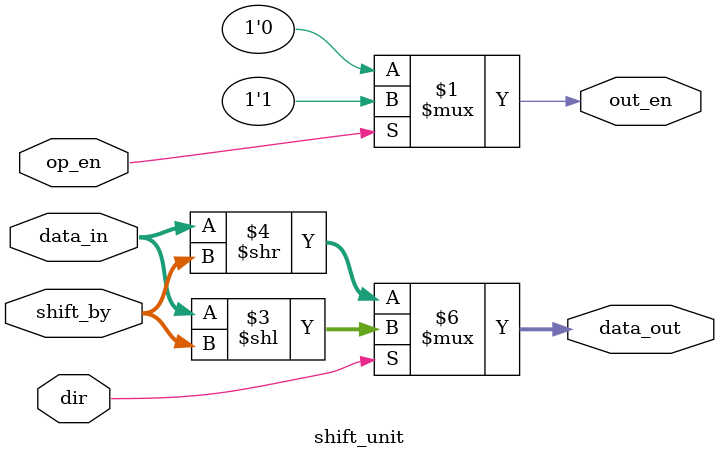
<source format=v>

module shift_unit(data_in, shift_by, op_en, dir, data_out, out_en);

    input [7:0] data_in, shift_by;
    input op_en, dir;
    output reg [7:0] data_out;
    output out_en;

    assign out_en = op_en ? 1'b1 : 1'b0;

    always @* begin
        if (dir) // if left shift
            data_out = data_in << shift_by;
        else 
            data_out = data_in >> shift_by;
    end

endmodule


</source>
